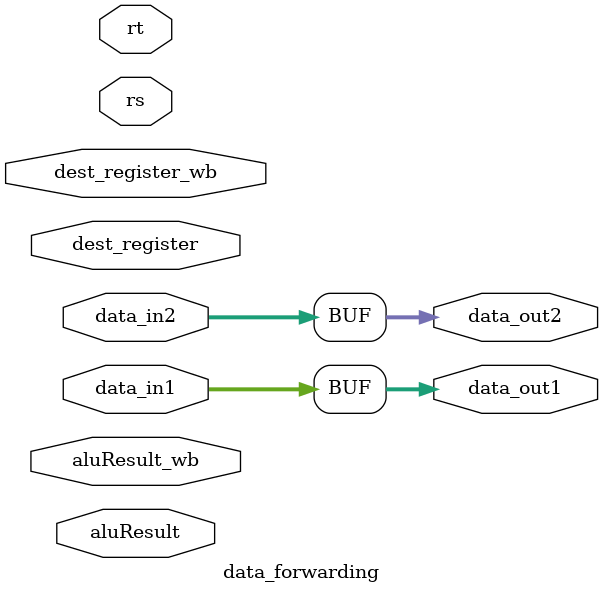
<source format=v>
module data_forwarding(

	//Inputs: 
	//Destination register (rd) of instruction in EX/MEM pipeline
	//Read registers (rs and rt) of instruction behind (ID/EX) pipeline
	
	
	//Data lines going into alu
	input [31:0] data_in1,
	input [31:0] data_in2,
	
	//Register address of data_in1 and data_in2
	input [4:0] rs,
	input [4:0] rt,
	
	//ALU result and destination register from instruction ahead
	input [31:0] aluResult,
	input [4:0] dest_register,
	
	//ALU result and dest register from instruction ahead + 1
	input [31:0] aluResult_wb,
	input [4:0] dest_register_wb,
	
	
	
	//Outputs:
	//Forward ALU result of first instruction if neccassary 
	
	//Data output to alu, with changed values if neccassary
	output reg [31:0] data_out1,
	output reg [31:0] data_out2


);


always begin
//R-TYPE
/*	if (rs == dest_register) begin //if we are about to write a new value to one of the next operations calculation registers
		//Foward the alu result to rs (data_out1)
		data_out1 = aluResult;
		data_out2 =  data_in2;
		
	end
	else if (rt == dest_register) begin
		//Foward the alu result to rt (data_out2)
		data_out1 = data_in1;
		data_out2 = aluResult;
		
	end
	else begin //Here we don't need to make any changes, just forward the outputs
		*/
		//data_out1 = data_in1;
		//data_out2 =  data_in2;
		
	//end
	
//I-TYPE
	//if (rt == dest_register_wb) begin
	//	data_out1 = aluResult_wb;
	//	data_out2 = data_in2;
	//end
	//else begin //Here we don't need to make any changes, just forward the outputs
		
		data_out1 = data_in1;
		data_out2 =  data_in2;
		
	//end
end
	
endmodule 
</source>
